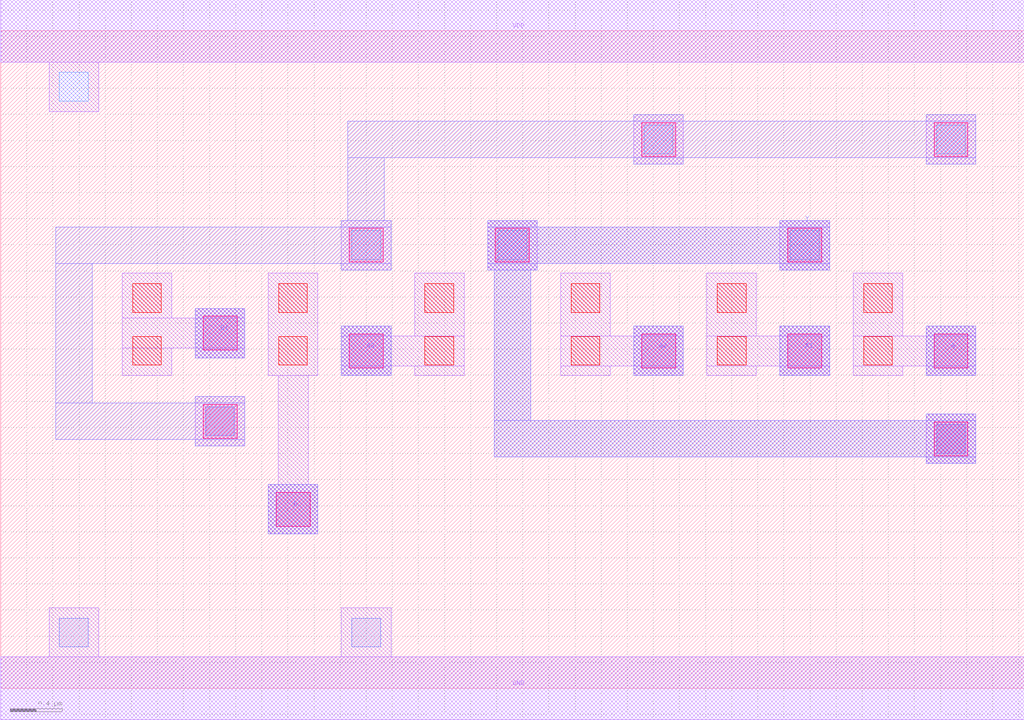
<source format=lef>
MACRO AOI42
 CLASS CORE ;
 FOREIGN AOI42 0 0 ;
 SIZE 7.84 BY 5.04 ;
 ORIGIN 0 0 ;
 SYMMETRY X Y R90 ;
 SITE unit ;
  PIN VDD
   DIRECTION INOUT ;
   USE POWER ;
   SHAPE ABUTMENT ;
    PORT
     CLASS CORE ;
       LAYER met1 ;
        RECT 0.00000000 4.80000000 7.84000000 5.28000000 ;
    END
  END VDD

  PIN GND
   DIRECTION INOUT ;
   USE POWER ;
   SHAPE ABUTMENT ;
    PORT
     CLASS CORE ;
       LAYER met1 ;
        RECT 0.00000000 -0.24000000 7.84000000 0.24000000 ;
    END
  END GND

  PIN Y
   DIRECTION INOUT ;
   USE SIGNAL ;
   SHAPE ABUTMENT ;
    PORT
     CLASS CORE ;
       LAYER met2 ;
        RECT 7.09000000 1.72200000 7.47000000 1.77200000 ;
        RECT 3.78000000 1.77200000 7.47000000 2.05200000 ;
        RECT 7.09000000 2.05200000 7.47000000 2.10200000 ;
        RECT 3.78000000 2.05200000 4.06000000 3.20700000 ;
        RECT 3.73000000 3.20700000 4.11000000 3.25700000 ;
        RECT 5.97000000 3.20700000 6.35000000 3.25700000 ;
        RECT 3.73000000 3.25700000 6.35000000 3.53700000 ;
        RECT 3.73000000 3.53700000 4.11000000 3.58700000 ;
        RECT 5.97000000 3.53700000 6.35000000 3.58700000 ;
    END
  END Y

  PIN B1
   DIRECTION INOUT ;
   USE SIGNAL ;
   SHAPE ABUTMENT ;
    PORT
     CLASS CORE ;
       LAYER met2 ;
        RECT 1.49000000 2.53200000 1.87000000 2.91200000 ;
    END
  END B1

  PIN B
   DIRECTION INOUT ;
   USE SIGNAL ;
   SHAPE ABUTMENT ;
    PORT
     CLASS CORE ;
       LAYER met2 ;
        RECT 2.05000000 1.18200000 2.43000000 1.56200000 ;
    END
  END B

  PIN A3
   DIRECTION INOUT ;
   USE SIGNAL ;
   SHAPE ABUTMENT ;
    PORT
     CLASS CORE ;
       LAYER met2 ;
        RECT 2.61000000 2.39700000 2.99000000 2.77700000 ;
    END
  END A3

  PIN A1
   DIRECTION INOUT ;
   USE SIGNAL ;
   SHAPE ABUTMENT ;
    PORT
     CLASS CORE ;
       LAYER met2 ;
        RECT 5.97000000 2.39700000 6.35000000 2.77700000 ;
    END
  END A1

  PIN A
   DIRECTION INOUT ;
   USE SIGNAL ;
   SHAPE ABUTMENT ;
    PORT
     CLASS CORE ;
       LAYER met2 ;
        RECT 7.09000000 2.39700000 7.47000000 2.77700000 ;
    END
  END A

  PIN A2
   DIRECTION INOUT ;
   USE SIGNAL ;
   SHAPE ABUTMENT ;
    PORT
     CLASS CORE ;
       LAYER met2 ;
        RECT 4.85000000 2.39700000 5.23000000 2.77700000 ;
    END
  END A2

 OBS
    LAYER polycont ;
     RECT 1.01000000 2.47700000 1.23000000 2.69700000 ;
     RECT 2.13000000 2.47700000 2.35000000 2.69700000 ;
     RECT 3.25000000 2.47700000 3.47000000 2.69700000 ;
     RECT 4.37000000 2.47700000 4.59000000 2.69700000 ;
     RECT 5.49000000 2.47700000 5.71000000 2.69700000 ;
     RECT 6.61000000 2.47700000 6.83000000 2.69700000 ;
     RECT 1.01000000 2.88200000 1.23000000 3.10200000 ;
     RECT 2.13000000 2.88200000 2.35000000 3.10200000 ;
     RECT 3.25000000 2.88200000 3.47000000 3.10200000 ;
     RECT 4.37000000 2.88200000 4.59000000 3.10200000 ;
     RECT 5.49000000 2.88200000 5.71000000 3.10200000 ;
     RECT 6.61000000 2.88200000 6.83000000 3.10200000 ;

    LAYER pdiffc ;
     RECT 2.69000000 3.28700000 2.91000000 3.50700000 ;
     RECT 3.81000000 3.28700000 4.03000000 3.50700000 ;
     RECT 6.05000000 3.28700000 6.27000000 3.50700000 ;
     RECT 4.93000000 4.09700000 5.15000000 4.31700000 ;
     RECT 7.17000000 4.09700000 7.39000000 4.31700000 ;
     RECT 0.45000000 4.50200000 0.67000000 4.72200000 ;

    LAYER ndiffc ;
     RECT 0.45000000 0.31700000 0.67000000 0.53700000 ;
     RECT 2.69000000 0.31700000 2.91000000 0.53700000 ;
     RECT 7.17000000 1.80200000 7.39000000 2.02200000 ;
     RECT 1.57000000 1.93700000 1.79000000 2.15700000 ;

    LAYER met1 ;
     RECT 0.00000000 -0.24000000 7.84000000 0.24000000 ;
     RECT 0.37000000 0.24000000 0.75000000 0.61700000 ;
     RECT 2.61000000 0.24000000 2.99000000 0.61700000 ;
     RECT 7.09000000 1.72200000 7.47000000 2.10200000 ;
     RECT 1.49000000 1.85700000 1.87000000 2.23700000 ;
     RECT 0.93000000 2.39700000 1.31000000 2.60700000 ;
     RECT 1.49000000 2.53200000 1.87000000 2.60700000 ;
     RECT 0.93000000 2.60700000 1.87000000 2.83700000 ;
     RECT 1.49000000 2.83700000 1.87000000 2.91200000 ;
     RECT 0.93000000 2.83700000 1.31000000 3.18200000 ;
     RECT 2.05000000 1.18200000 2.43000000 1.56200000 ;
     RECT 2.12500000 1.56200000 2.35500000 2.39700000 ;
     RECT 2.05000000 2.39700000 2.43000000 3.18200000 ;
     RECT 2.61000000 2.39700000 2.99000000 2.47200000 ;
     RECT 3.17000000 2.39700000 3.55000000 2.47200000 ;
     RECT 2.61000000 2.47200000 3.55000000 2.70200000 ;
     RECT 2.61000000 2.70200000 2.99000000 2.77700000 ;
     RECT 3.17000000 2.70200000 3.55000000 3.18200000 ;
     RECT 4.29000000 2.39700000 4.67000000 2.47200000 ;
     RECT 4.85000000 2.39700000 5.23000000 2.47200000 ;
     RECT 4.29000000 2.47200000 5.23000000 2.70200000 ;
     RECT 4.85000000 2.70200000 5.23000000 2.77700000 ;
     RECT 4.29000000 2.70200000 4.67000000 3.18200000 ;
     RECT 5.41000000 2.39700000 5.79000000 2.47200000 ;
     RECT 5.97000000 2.39700000 6.35000000 2.47200000 ;
     RECT 5.41000000 2.47200000 6.35000000 2.70200000 ;
     RECT 5.97000000 2.70200000 6.35000000 2.77700000 ;
     RECT 5.41000000 2.70200000 5.79000000 3.18200000 ;
     RECT 6.53000000 2.39700000 6.91000000 2.47200000 ;
     RECT 7.09000000 2.39700000 7.47000000 2.47200000 ;
     RECT 6.53000000 2.47200000 7.47000000 2.70200000 ;
     RECT 7.09000000 2.70200000 7.47000000 2.77700000 ;
     RECT 6.53000000 2.70200000 6.91000000 3.18200000 ;
     RECT 2.61000000 3.20700000 2.99000000 3.58700000 ;
     RECT 3.73000000 3.20700000 4.11000000 3.58700000 ;
     RECT 5.97000000 3.20700000 6.35000000 3.58700000 ;
     RECT 4.85000000 4.01700000 5.23000000 4.39700000 ;
     RECT 7.09000000 4.01700000 7.47000000 4.39700000 ;
     RECT 0.37000000 4.42200000 0.75000000 4.80000000 ;
     RECT 0.00000000 4.80000000 7.84000000 5.28000000 ;

    LAYER via1 ;
     RECT 2.11000000 1.24200000 2.37000000 1.50200000 ;
     RECT 7.15000000 1.78200000 7.41000000 2.04200000 ;
     RECT 1.55000000 1.91700000 1.81000000 2.17700000 ;
     RECT 2.67000000 2.45700000 2.93000000 2.71700000 ;
     RECT 4.91000000 2.45700000 5.17000000 2.71700000 ;
     RECT 6.03000000 2.45700000 6.29000000 2.71700000 ;
     RECT 7.15000000 2.45700000 7.41000000 2.71700000 ;
     RECT 1.55000000 2.59200000 1.81000000 2.85200000 ;
     RECT 2.67000000 3.26700000 2.93000000 3.52700000 ;
     RECT 3.79000000 3.26700000 4.05000000 3.52700000 ;
     RECT 6.03000000 3.26700000 6.29000000 3.52700000 ;
     RECT 4.91000000 4.07700000 5.17000000 4.33700000 ;
     RECT 7.15000000 4.07700000 7.41000000 4.33700000 ;

    LAYER met2 ;
     RECT 2.05000000 1.18200000 2.43000000 1.56200000 ;
     RECT 2.61000000 2.39700000 2.99000000 2.77700000 ;
     RECT 4.85000000 2.39700000 5.23000000 2.77700000 ;
     RECT 5.97000000 2.39700000 6.35000000 2.77700000 ;
     RECT 7.09000000 2.39700000 7.47000000 2.77700000 ;
     RECT 1.49000000 2.53200000 1.87000000 2.91200000 ;
     RECT 7.09000000 1.72200000 7.47000000 1.77200000 ;
     RECT 3.78000000 1.77200000 7.47000000 2.05200000 ;
     RECT 7.09000000 2.05200000 7.47000000 2.10200000 ;
     RECT 3.78000000 2.05200000 4.06000000 3.20700000 ;
     RECT 3.73000000 3.20700000 4.11000000 3.25700000 ;
     RECT 5.97000000 3.20700000 6.35000000 3.25700000 ;
     RECT 3.73000000 3.25700000 6.35000000 3.53700000 ;
     RECT 3.73000000 3.53700000 4.11000000 3.58700000 ;
     RECT 5.97000000 3.53700000 6.35000000 3.58700000 ;
     RECT 1.49000000 1.85700000 1.87000000 1.90700000 ;
     RECT 0.42000000 1.90700000 1.87000000 2.18700000 ;
     RECT 1.49000000 2.18700000 1.87000000 2.23700000 ;
     RECT 0.42000000 2.18700000 0.70000000 3.25700000 ;
     RECT 2.61000000 3.20700000 2.99000000 3.25700000 ;
     RECT 0.42000000 3.25700000 2.99000000 3.53700000 ;
     RECT 2.61000000 3.53700000 2.99000000 3.58700000 ;
     RECT 2.66000000 3.58700000 2.94000000 4.06700000 ;
     RECT 4.85000000 4.01700000 5.23000000 4.06700000 ;
     RECT 7.09000000 4.01700000 7.47000000 4.06700000 ;
     RECT 2.66000000 4.06700000 7.47000000 4.34700000 ;
     RECT 4.85000000 4.34700000 5.23000000 4.39700000 ;
     RECT 7.09000000 4.34700000 7.47000000 4.39700000 ;

 END
END AOI42

</source>
